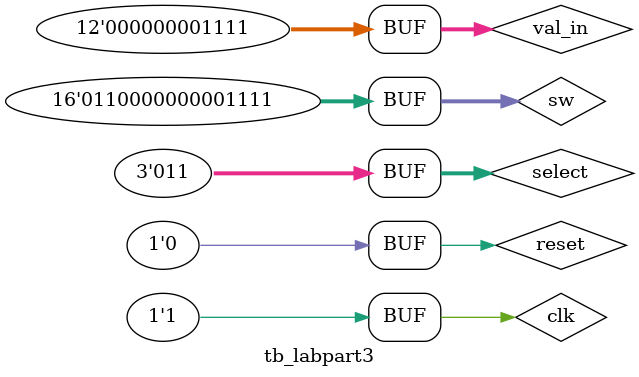
<source format=sv>
`timescale 1ns / 1ps
module tb_labpart3();

    logic clk;
    logic [15:0] sw;
    logic [15:0] led;
    logic a, b, c, d, e, f, g;
    logic [3:0] an;
    logic dp;

    // Internal Variables
    logic [2:0] select;
    logic reset;
    logic [11:0] val_in;

    assign sw = {select, reset, val_in};

    // Instantiate your design
    lab_part3 uut (
        .clk(clk), .sw(sw), .led(led),
        .a(a), .b(b), .c(c), .d(d), .e(e), .f(f), .g(g),
        .an(an), .dp(dp)
    );

    // Clock Generation
    always begin
        clk = 0; #5;
        clk = 1; #5;
    end

    // The Main Test
    initial begin
        // 1. Start with Reset
        select = 0; val_in = 0; reset = 1; 
        #50;
        reset = 0;
        for (int i = 0; i < 16; i++) begin
            reset = 0; 
            select = 3'b011;       // 011 = Load Mode
            val_in = i[11:0];      // 000...0000, 000...0001, etc.
//            select = 3'b000; #10
//            select = 3'b001; #10
//            select = 3'b010; #10
//            select = 3'b011; #10
//            select = 3'b100; #10
//            select = 3'b101; #10
            
        end
    end

endmodule
</source>
